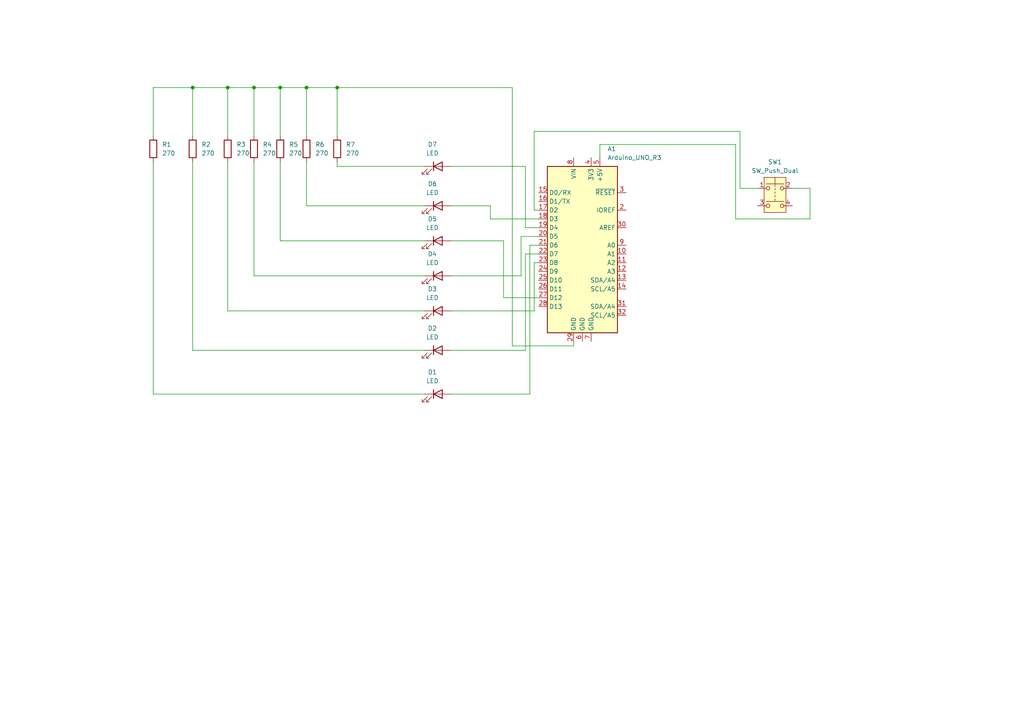
<source format=kicad_sch>
(kicad_sch (version 20230121) (generator eeschema)
  (paper "A4")
  (title_block (title "LEDice") (date "2024-01-15") (rev "1"))
  (lib_symbols
    (symbol "Device:LED" (pin_numbers hide) (pin_names (offset 1.016) hide)
      (property "Reference" "D" (at 0 2.54 0))
      (property "Value" "LED" (at 0 -2.54 0))
      (symbol "LED_0_1"
        (polyline (pts (xy -1.27 -1.27) (xy -1.27 1.27)) (stroke (width 0.254)))
        (polyline (pts (xy -1.27 0) (xy 1.27 0)))
        (polyline (pts (xy 1.27 -1.27) (xy 1.27 1.27) (xy -1.27 0) (xy 1.27 -1.27)) (stroke (width 0.254)))
        (polyline (pts (xy -3.048 -0.762) (xy -4.572 -2.286) (xy -3.81 -2.286) (xy -4.572 -2.286) (xy -4.572 -1.524)))
        (polyline (pts (xy -1.778 -0.762) (xy -3.302 -2.286) (xy -2.54 -2.286) (xy -3.302 -2.286) (xy -3.302 -1.524)))
      )
      (symbol "LED_1_1"
        (pin passive line (at -3.81 0 0) (length 2.54) (name "K") (number "1"))
        (pin passive line (at 3.81 0 180) (length 2.54) (name "A") (number "2"))
      )
    )
    (symbol "Device:R" (pin_numbers hide) (pin_names (offset 0))
      (property "Reference" "R" (at 2.032 0 90))
      (property "Value" "R" (at 0 0 90))
      (symbol "R_0_1"
        (rectangle (start -1.016 -2.54) (end 1.016 2.54) (stroke (width 0.254)))
      )
      (symbol "R_1_1"
        (pin passive line (at 0 3.81 270) (length 1.27) (name "~") (number "1"))
        (pin passive line (at 0 -3.81 90) (length 1.27) (name "~") (number "2"))
      )
    )
    (symbol "MCU_Module:Arduino_UNO_R3"
      (property "Reference" "A" (at -10.16 23.495 0))
      (property "Value" "Arduino_UNO_R3" (at 5.08 -26.67 0))
      (symbol "Arduino_UNO_R3_0_1"
        (rectangle (start -10.16 22.86) (end 10.16 -25.4) (stroke (width 0.254)) (fill (type background)))
      )
      (symbol "Arduino_UNO_R3_1_1"
        (pin no_connect line (at -10.16 -20.32 0) (length 2.54) hide (name "NC") (number "1"))
        (pin bidirectional line (at 12.7 -2.54 180) (length 2.54) (name "A1") (number "10"))
        (pin bidirectional line (at 12.7 -5.08 180) (length 2.54) (name "A2") (number "11"))
        (pin bidirectional line (at 12.7 -7.62 180) (length 2.54) (name "A3") (number "12"))
        (pin bidirectional line (at 12.7 -10.16 180) (length 2.54) (name "SDA/A4") (number "13"))
        (pin bidirectional line (at 12.7 -12.7 180) (length 2.54) (name "SCL/A5") (number "14"))
        (pin bidirectional line (at -12.7 15.24 0) (length 2.54) (name "D0/RX") (number "15"))
        (pin bidirectional line (at -12.7 12.7 0) (length 2.54) (name "D1/TX") (number "16"))
        (pin bidirectional line (at -12.7 10.16 0) (length 2.54) (name "D2") (number "17"))
        (pin bidirectional line (at -12.7 7.62 0) (length 2.54) (name "D3") (number "18"))
        (pin bidirectional line (at -12.7 5.08 0) (length 2.54) (name "D4") (number "19"))
        (pin output line (at 12.7 10.16 180) (length 2.54) (name "IOREF") (number "2"))
        (pin bidirectional line (at -12.7 2.54 0) (length 2.54) (name "D5") (number "20"))
        (pin bidirectional line (at -12.7 0 0) (length 2.54) (name "D6") (number "21"))
        (pin bidirectional line (at -12.7 -2.54 0) (length 2.54) (name "D7") (number "22"))
        (pin bidirectional line (at -12.7 -5.08 0) (length 2.54) (name "D8") (number "23"))
        (pin bidirectional line (at -12.7 -7.62 0) (length 2.54) (name "D9") (number "24"))
        (pin bidirectional line (at -12.7 -10.16 0) (length 2.54) (name "D10") (number "25"))
        (pin bidirectional line (at -12.7 -12.7 0) (length 2.54) (name "D11") (number "26"))
        (pin bidirectional line (at -12.7 -15.24 0) (length 2.54) (name "D12") (number "27"))
        (pin bidirectional line (at -12.7 -17.78 0) (length 2.54) (name "D13") (number "28"))
        (pin power_in line (at -2.54 -27.94 90) (length 2.54) (name "GND") (number "29"))
        (pin input line (at 12.7 15.24 180) (length 2.54) (name "~{RESET}") (number "3"))
        (pin input line (at 12.7 5.08 180) (length 2.54) (name "AREF") (number "30"))
        (pin bidirectional line (at 12.7 -17.78 180) (length 2.54) (name "SDA/A4") (number "31"))
        (pin bidirectional line (at 12.7 -20.32 180) (length 2.54) (name "SCL/A5") (number "32"))
        (pin power_out line (at 2.54 25.4 270) (length 2.54) (name "3V3") (number "4"))
        (pin power_out line (at 5.08 25.4 270) (length 2.54) (name "+5V") (number "5"))
        (pin power_in line (at 0 -27.94 90) (length 2.54) (name "GND") (number "6"))
        (pin power_in line (at 2.54 -27.94 90) (length 2.54) (name "GND") (number "7"))
        (pin power_in line (at -2.54 25.4 270) (length 2.54) (name "VIN") (number "8"))
        (pin bidirectional line (at 12.7 0 180) (length 2.54) (name "A0") (number "9"))
      )
    )
    (symbol "Switch:SW_Push_Dual" (pin_names (offset 1.016) hide)
      (property "Reference" "SW" (at 0 7.62 0))
      (property "Value" "SW_Push_Dual" (at 0 -6.35 0))
      (symbol "SW_Push_Dual_0_1"
        (circle (center -2.032 -2.54) (radius 0.508))
        (circle (center -2.032 2.54) (radius 0.508))
        (polyline (pts (xy 0 -0.508) (xy 0 -1.016)))
        (polyline (pts (xy 0 0.508) (xy 0 0)))
        (polyline (pts (xy 0 1.016) (xy 0 1.524)))
        (polyline (pts (xy 0 2.032) (xy 0 2.54)))
        (polyline (pts (xy 0 3.048) (xy 0 3.556)))
        (polyline (pts (xy 0 3.81) (xy 0 5.588)))
        (polyline (pts (xy 2.54 -1.27) (xy -2.54 -1.27)))
        (polyline (pts (xy 2.54 3.81) (xy -2.54 3.81)))
        (circle (center 2.032 -2.54) (radius 0.508))
        (circle (center 2.032 2.54) (radius 0.508))
        (pin passive line (at -5.08 2.54 0) (length 2.54) (name "1") (number "1"))
        (pin passive line (at 5.08 2.54 180) (length 2.54) (name "2") (number "2"))
        (pin passive line (at -5.08 -2.54 0) (length 2.54) (name "3") (number "3"))
        (pin passive line (at 5.08 -2.54 180) (length 2.54) (name "4") (number "4"))
      )
      (symbol "SW_Push_Dual_1_1"
        (rectangle (start -3.175 5.715) (end 3.175 -4.445) (fill (type background)))
      )
    )
  )
  (junction (at 66.04 25.4))
  (junction (at 55.88 25.4))
  (junction (at 73.66 25.4))
  (junction (at 97.79 25.4))
  (junction (at 88.9 25.4))
  (junction (at 81.28 25.4))
  (wire (pts (xy 142.24 63.5) (xy 142.24 59.69)))
  (wire (pts (xy 142.24 63.5) (xy 156.21 63.5)))
  (wire (pts (xy 154.94 90.17) (xy 154.94 76.2)))
  (wire (pts (xy 173.99 41.91) (xy 213.36 41.91)))
  (wire (pts (xy 88.9 59.69) (xy 123.19 59.69)))
  (wire (pts (xy 130.81 90.17) (xy 154.94 90.17)))
  (wire (pts (xy 154.94 76.2) (xy 156.21 76.2)))
  (wire (pts (xy 153.67 71.12) (xy 156.21 71.12)))
  (wire (pts (xy 97.79 46.99) (xy 97.79 48.26)))
  (wire (pts (xy 130.81 69.85) (xy 146.05 69.85)))
  (wire (pts (xy 44.45 114.3) (xy 123.19 114.3)))
  (wire (pts (xy 148.59 100.33) (xy 148.59 25.4)))
  (wire (pts (xy 55.88 25.4) (xy 55.88 39.37)))
  (wire (pts (xy 55.88 25.4) (xy 44.45 25.4)))
  (wire (pts (xy 173.99 45.72) (xy 173.99 41.91)))
  (wire (pts (xy 154.94 38.1) (xy 214.63 38.1)))
  (wire (pts (xy 130.81 48.26) (xy 152.4 48.26)))
  (wire (pts (xy 234.95 54.61) (xy 229.87 54.61)))
  (wire (pts (xy 88.9 25.4) (xy 88.9 39.37)))
  (wire (pts (xy 153.67 114.3) (xy 153.67 71.12)))
  (wire (pts (xy 44.45 46.99) (xy 44.45 114.3)))
  (wire (pts (xy 66.04 25.4) (xy 55.88 25.4)))
  (wire (pts (xy 81.28 69.85) (xy 123.19 69.85)))
  (wire (pts (xy 154.94 60.96) (xy 154.94 38.1)))
  (wire (pts (xy 213.36 41.91) (xy 213.36 63.5)))
  (wire (pts (xy 214.63 54.61) (xy 219.71 54.61)))
  (wire (pts (xy 152.4 73.66) (xy 156.21 73.66)))
  (wire (pts (xy 73.66 80.01) (xy 123.19 80.01)))
  (wire (pts (xy 166.37 99.06) (xy 166.37 100.33)))
  (wire (pts (xy 151.13 80.01) (xy 151.13 68.58)))
  (wire (pts (xy 152.4 101.6) (xy 152.4 73.66)))
  (wire (pts (xy 88.9 25.4) (xy 97.79 25.4)))
  (wire (pts (xy 73.66 46.99) (xy 73.66 80.01)))
  (wire (pts (xy 152.4 48.26) (xy 152.4 66.04)))
  (wire (pts (xy 152.4 66.04) (xy 156.21 66.04)))
  (wire (pts (xy 146.05 69.85) (xy 146.05 86.36)))
  (wire (pts (xy 55.88 101.6) (xy 123.19 101.6)))
  (wire (pts (xy 66.04 25.4) (xy 73.66 25.4)))
  (wire (pts (xy 66.04 25.4) (xy 66.04 39.37)))
  (wire (pts (xy 214.63 38.1) (xy 214.63 54.61)))
  (wire (pts (xy 97.79 48.26) (xy 123.19 48.26)))
  (wire (pts (xy 66.04 90.17) (xy 123.19 90.17)))
  (wire (pts (xy 55.88 46.99) (xy 55.88 101.6)))
  (wire (pts (xy 166.37 100.33) (xy 148.59 100.33)))
  (wire (pts (xy 234.95 63.5) (xy 234.95 54.61)))
  (wire (pts (xy 213.36 63.5) (xy 234.95 63.5)))
  (wire (pts (xy 88.9 46.99) (xy 88.9 59.69)))
  (wire (pts (xy 146.05 86.36) (xy 156.21 86.36)))
  (wire (pts (xy 156.21 60.96) (xy 154.94 60.96)))
  (wire (pts (xy 97.79 25.4) (xy 148.59 25.4)))
  (wire (pts (xy 81.28 25.4) (xy 88.9 25.4)))
  (wire (pts (xy 81.28 39.37) (xy 81.28 25.4)))
  (wire (pts (xy 130.81 80.01) (xy 151.13 80.01)))
  (wire (pts (xy 142.24 59.69) (xy 130.81 59.69)))
  (wire (pts (xy 151.13 68.58) (xy 156.21 68.58)))
  (wire (pts (xy 130.81 114.3) (xy 153.67 114.3)))
  (wire (pts (xy 44.45 25.4) (xy 44.45 39.37)))
  (wire (pts (xy 130.81 101.6) (xy 152.4 101.6)))
  (wire (pts (xy 73.66 25.4) (xy 81.28 25.4)))
  (wire (pts (xy 73.66 25.4) (xy 73.66 39.37)))
  (wire (pts (xy 66.04 46.99) (xy 66.04 90.17)))
  (wire (pts (xy 97.79 25.4) (xy 97.79 39.37)))
  (wire (pts (xy 81.28 46.99) (xy 81.28 69.85)))
  (symbol (lib_id "Device:R") (at 55.88 43.18 0) (unit 1)
    (property "Reference" "R2" (at 58.42 41.91 0) (effects (justify left)))
    (property "Value" "270" (at 58.42 44.45 0) (effects (justify left)))
  )
  (symbol (lib_id "Device:R") (at 73.66 43.18 0) (unit 1)
    (property "Reference" "R4" (at 76.2 41.91 0) (effects (justify left)))
    (property "Value" "270" (at 76.2 44.45 0) (effects (justify left)))
  )
  (symbol (lib_id "Device:R") (at 81.28 43.18 0) (unit 1)
    (property "Reference" "R5" (at 83.82 41.91 0) (effects (justify left)))
    (property "Value" "270" (at 83.82 44.45 0) (effects (justify left)))
  )
  (symbol (lib_id "Device:LED") (at 127 114.3 0) (unit 1)
    (property "Reference" "D1" (at 125.4125 107.95 0))
    (property "Value" "LED" (at 125.4125 110.49 0))
  )
  (symbol (lib_id "Switch:SW_Push_Dual") (at 224.79 57.15 0) (unit 1)
    (property "Reference" "SW1" (at 224.79 46.99 0))
    (property "Value" "SW_Push_Dual" (at 224.79 49.53 0))
  )
  (symbol (lib_id "Device:LED") (at 127 48.26 0) (unit 1)
    (property "Reference" "D7" (at 125.4125 41.91 0))
    (property "Value" "LED" (at 125.4125 44.45 0))
  )
  (symbol (lib_id "MCU_Module:Arduino_UNO_R3") (at 168.91 71.12 0) (unit 1)
    (property "Reference" "A1" (at 176.1841 43.18 0) (effects (justify left)))
    (property "Value" "Arduino_UNO_R3" (at 176.1841 45.72 0) (effects (justify left)))
    (property "Footprint" "Module:Arduino_UNO_R3" (effects hide))
    (property "Datasheet" "https://www.arduino.cc/en/Main/arduinoBoardUno" (effects hide))
  )
  (symbol (lib_id "Device:LED") (at 127 59.69 0) (unit 1)
    (property "Reference" "D6" (at 125.4125 53.34 0))
    (property "Value" "LED" (at 125.4125 55.88 0))
  )
  (symbol (lib_id "Device:LED") (at 127 80.01 0) (unit 1)
    (property "Reference" "D4" (at 125.4125 73.66 0))
    (property "Value" "LED" (at 125.4125 76.2 0))
  )
  (symbol (lib_id "Device:R") (at 88.9 43.18 0) (unit 1)
    (property "Reference" "R6" (at 91.44 41.91 0) (effects (justify left)))
    (property "Value" "270" (at 91.44 44.45 0) (effects (justify left)))
  )
  (symbol (lib_id "Device:LED") (at 127 101.6 0) (unit 1)
    (property "Reference" "D2" (at 125.4125 95.25 0))
    (property "Value" "LED" (at 125.4125 97.79 0))
  )
  (symbol (lib_id "Device:R") (at 66.04 43.18 0) (unit 1)
    (property "Reference" "R3" (at 68.58 41.91 0) (effects (justify left)))
    (property "Value" "270" (at 68.58 44.45 0) (effects (justify left)))
  )
  (symbol (lib_id "Device:LED") (at 127 69.85 0) (unit 1)
    (property "Reference" "D5" (at 125.4125 63.5 0))
    (property "Value" "LED" (at 125.4125 66.04 0))
  )
  (symbol (lib_id "Device:R") (at 97.79 43.18 0) (unit 1)
    (property "Reference" "R7" (at 100.33 41.91 0) (effects (justify left)))
    (property "Value" "270" (at 100.33 44.45 0) (effects (justify left)))
  )
  (symbol (lib_id "Device:R") (at 44.45 43.18 0) (unit 1)
    (property "Reference" "R1" (at 46.99 41.91 0) (effects (justify left)))
    (property "Value" "270" (at 46.99 44.45 0) (effects (justify left)))
  )
  (symbol (lib_id "Device:LED") (at 127 90.17 0) (unit 1)
    (property "Reference" "D3" (at 125.4125 83.82 0))
    (property "Value" "LED" (at 125.4125 86.36 0))
  )
)
</source>
